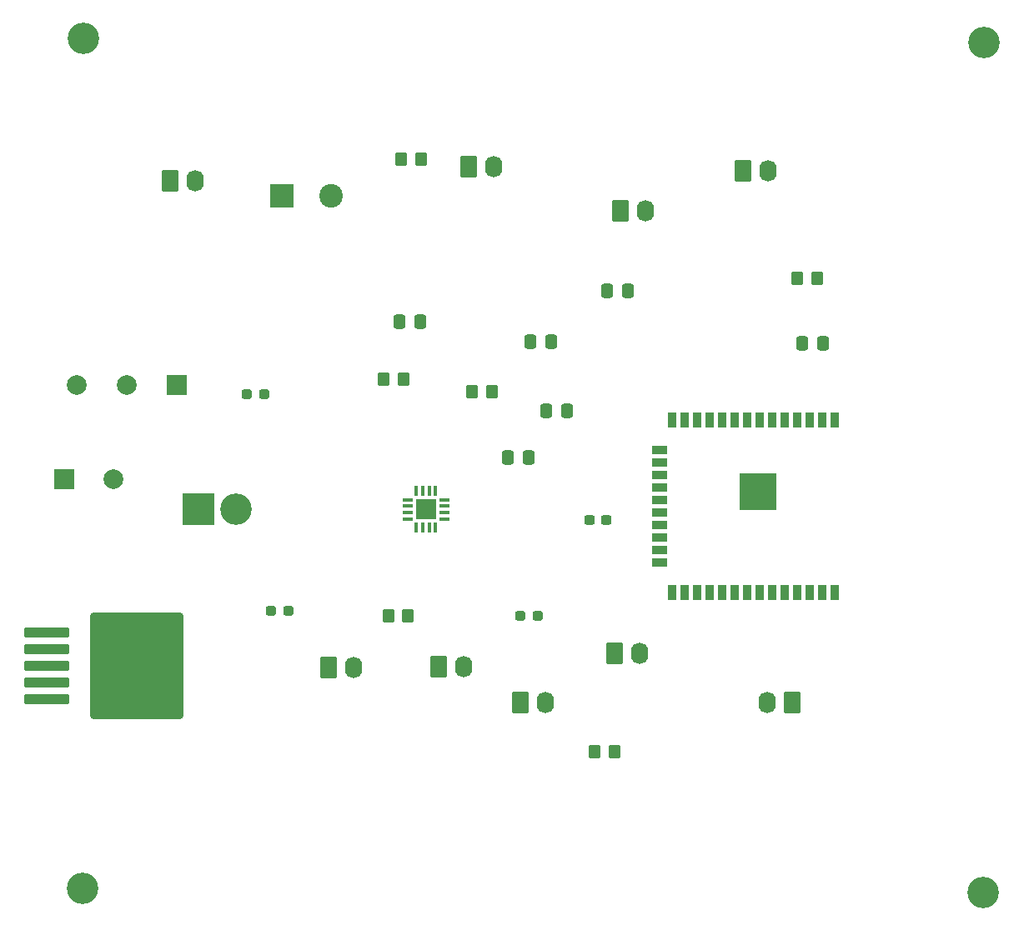
<source format=gbr>
%TF.GenerationSoftware,KiCad,Pcbnew,8.0.8*%
%TF.CreationDate,2025-03-12T15:52:42-05:00*%
%TF.ProjectId,group1_battlebot,67726f75-7031-45f6-9261-74746c65626f,rev?*%
%TF.SameCoordinates,Original*%
%TF.FileFunction,Soldermask,Top*%
%TF.FilePolarity,Negative*%
%FSLAX46Y46*%
G04 Gerber Fmt 4.6, Leading zero omitted, Abs format (unit mm)*
G04 Created by KiCad (PCBNEW 8.0.8) date 2025-03-12 15:52:42*
%MOMM*%
%LPD*%
G01*
G04 APERTURE LIST*
G04 Aperture macros list*
%AMRoundRect*
0 Rectangle with rounded corners*
0 $1 Rounding radius*
0 $2 $3 $4 $5 $6 $7 $8 $9 X,Y pos of 4 corners*
0 Add a 4 corners polygon primitive as box body*
4,1,4,$2,$3,$4,$5,$6,$7,$8,$9,$2,$3,0*
0 Add four circle primitives for the rounded corners*
1,1,$1+$1,$2,$3*
1,1,$1+$1,$4,$5*
1,1,$1+$1,$6,$7*
1,1,$1+$1,$8,$9*
0 Add four rect primitives between the rounded corners*
20,1,$1+$1,$2,$3,$4,$5,0*
20,1,$1+$1,$4,$5,$6,$7,0*
20,1,$1+$1,$6,$7,$8,$9,0*
20,1,$1+$1,$8,$9,$2,$3,0*%
G04 Aperture macros list end*
%ADD10RoundRect,0.250000X-0.337500X-0.475000X0.337500X-0.475000X0.337500X0.475000X-0.337500X0.475000X0*%
%ADD11C,3.200000*%
%ADD12R,0.900000X1.500000*%
%ADD13R,1.500000X0.900000*%
%ADD14C,0.600000*%
%ADD15R,3.800000X3.800000*%
%ADD16RoundRect,0.250000X-0.620000X-0.845000X0.620000X-0.845000X0.620000X0.845000X-0.620000X0.845000X0*%
%ADD17O,1.740000X2.190000*%
%ADD18RoundRect,0.250000X0.337500X0.475000X-0.337500X0.475000X-0.337500X-0.475000X0.337500X-0.475000X0*%
%ADD19RoundRect,0.250000X0.620000X0.845000X-0.620000X0.845000X-0.620000X-0.845000X0.620000X-0.845000X0*%
%ADD20RoundRect,0.087500X-0.425000X-0.087500X0.425000X-0.087500X0.425000X0.087500X-0.425000X0.087500X0*%
%ADD21RoundRect,0.087500X-0.087500X-0.425000X0.087500X-0.425000X0.087500X0.425000X-0.087500X0.425000X0*%
%ADD22R,2.100000X2.100000*%
%ADD23RoundRect,0.237500X0.287500X0.237500X-0.287500X0.237500X-0.287500X-0.237500X0.287500X-0.237500X0*%
%ADD24RoundRect,0.250000X-0.350000X-0.450000X0.350000X-0.450000X0.350000X0.450000X-0.350000X0.450000X0*%
%ADD25R,2.000000X2.000000*%
%ADD26C,2.000000*%
%ADD27RoundRect,0.250000X0.350000X0.450000X-0.350000X0.450000X-0.350000X-0.450000X0.350000X-0.450000X0*%
%ADD28RoundRect,0.237500X-0.300000X-0.237500X0.300000X-0.237500X0.300000X0.237500X-0.300000X0.237500X0*%
%ADD29RoundRect,0.237500X-0.287500X-0.237500X0.287500X-0.237500X0.287500X0.237500X-0.287500X0.237500X0*%
%ADD30R,2.400000X2.400000*%
%ADD31C,2.400000*%
%ADD32RoundRect,0.250000X-2.050000X-0.300000X2.050000X-0.300000X2.050000X0.300000X-2.050000X0.300000X0*%
%ADD33RoundRect,0.250002X-4.449998X-5.149998X4.449998X-5.149998X4.449998X5.149998X-4.449998X5.149998X0*%
%ADD34R,3.200000X3.200000*%
%ADD35O,3.200000X3.200000*%
G04 APERTURE END LIST*
D10*
%TO.C,C6*%
X80166000Y-71312400D03*
X82241000Y-71312400D03*
%TD*%
D11*
%TO.C,H1*%
X48056800Y-42468800D03*
%TD*%
%TO.C,H3*%
X47955200Y-128828800D03*
%TD*%
%TO.C,H4*%
X139395200Y-129235200D03*
%TD*%
D12*
%TO.C,U6*%
X124307600Y-81306000D03*
X123037600Y-81306000D03*
X121767600Y-81306000D03*
X120497600Y-81306000D03*
X119227600Y-81306000D03*
X117957600Y-81306000D03*
X116687600Y-81306000D03*
X115417600Y-81306000D03*
X114147600Y-81306000D03*
X112877600Y-81306000D03*
X111607600Y-81306000D03*
X110337600Y-81306000D03*
X109067600Y-81306000D03*
X107797600Y-81306000D03*
D13*
X106547600Y-84346000D03*
X106547600Y-85616000D03*
X106547600Y-86886000D03*
X106547600Y-88156000D03*
X106547600Y-89426000D03*
X106547600Y-90696000D03*
X106547600Y-91966000D03*
X106547600Y-93236000D03*
X106547600Y-94506000D03*
X106547600Y-95776000D03*
D12*
X107797600Y-98806000D03*
X109067600Y-98806000D03*
X110337600Y-98806000D03*
X111607600Y-98806000D03*
X112877600Y-98806000D03*
X114147600Y-98806000D03*
X115417600Y-98806000D03*
X116687600Y-98806000D03*
X117957600Y-98806000D03*
X119227600Y-98806000D03*
X120497600Y-98806000D03*
X121767600Y-98806000D03*
X123037600Y-98806000D03*
X124307600Y-98806000D03*
D14*
X117287600Y-87156000D03*
X115887600Y-87156000D03*
X117987600Y-87856000D03*
X116587600Y-87856000D03*
X115187600Y-87856000D03*
X117287600Y-88531000D03*
X115887600Y-88531000D03*
D15*
X116587600Y-88556000D03*
D14*
X117987600Y-89256000D03*
X116587600Y-89256000D03*
X115187600Y-89256000D03*
X117287600Y-89956000D03*
X115887600Y-89956000D03*
%TD*%
D16*
%TO.C,J7*%
X102565200Y-60000000D03*
D17*
X105105200Y-60000000D03*
%TD*%
D18*
%TO.C,C4*%
X93239500Y-85039200D03*
X91164500Y-85039200D03*
%TD*%
D11*
%TO.C,H2*%
X139496800Y-42875200D03*
%TD*%
D19*
%TO.C,J6*%
X120000000Y-110000000D03*
D17*
X117460000Y-110000000D03*
%TD*%
D20*
%TO.C,U3*%
X80983700Y-89377600D03*
X80983700Y-90027600D03*
X80983700Y-90677600D03*
X80983700Y-91327600D03*
D21*
X81871200Y-92215100D03*
X82521200Y-92215100D03*
X83171200Y-92215100D03*
X83821200Y-92215100D03*
D20*
X84708700Y-91327600D03*
X84708700Y-90677600D03*
X84708700Y-90027600D03*
X84708700Y-89377600D03*
D21*
X83821200Y-88490100D03*
X83171200Y-88490100D03*
X82521200Y-88490100D03*
X81871200Y-88490100D03*
D22*
X82846200Y-90352600D03*
%TD*%
D23*
%TO.C,L3*%
X94206000Y-101193600D03*
X92456000Y-101193600D03*
%TD*%
D24*
%TO.C,R5*%
X100000000Y-115000000D03*
X102000000Y-115000000D03*
%TD*%
D25*
%TO.C,SW1*%
X57571100Y-77702800D03*
D26*
X52491100Y-77702800D03*
X47411100Y-77702800D03*
%TD*%
D16*
%TO.C,J5*%
X92460000Y-110000000D03*
D17*
X95000000Y-110000000D03*
%TD*%
D27*
%TO.C,R7*%
X89519000Y-78409800D03*
X87519000Y-78409800D03*
%TD*%
D24*
%TO.C,R3*%
X79010000Y-101168200D03*
X81010000Y-101168200D03*
%TD*%
D25*
%TO.C,C1*%
X46120623Y-87314400D03*
D26*
X51120623Y-87314400D03*
%TD*%
D16*
%TO.C,J9*%
X101960000Y-105000000D03*
D17*
X104500000Y-105000000D03*
%TD*%
D28*
%TO.C,C5*%
X99417800Y-91389200D03*
X101142800Y-91389200D03*
%TD*%
D16*
%TO.C,J3*%
X84149900Y-106364400D03*
D17*
X86689900Y-106364400D03*
%TD*%
D24*
%TO.C,R2*%
X78552800Y-77114400D03*
X80552800Y-77114400D03*
%TD*%
%TO.C,R6*%
X120564400Y-66852800D03*
X122564400Y-66852800D03*
%TD*%
D29*
%TO.C,L1*%
X64668400Y-78638400D03*
X66418400Y-78638400D03*
%TD*%
D10*
%TO.C,C9*%
X121060300Y-73482200D03*
X123135300Y-73482200D03*
%TD*%
D16*
%TO.C,J1*%
X56896000Y-56997600D03*
D17*
X59436000Y-56997600D03*
%TD*%
D10*
%TO.C,C3*%
X95076100Y-80314800D03*
X97151100Y-80314800D03*
%TD*%
D29*
%TO.C,L2*%
X67131900Y-100654800D03*
X68881900Y-100654800D03*
%TD*%
D10*
%TO.C,C8*%
X101276200Y-68112000D03*
X103351200Y-68112000D03*
%TD*%
D30*
%TO.C,C2*%
X68237241Y-58521600D03*
D31*
X73237241Y-58521600D03*
%TD*%
D24*
%TO.C,R4*%
X80330800Y-54762400D03*
X82330800Y-54762400D03*
%TD*%
D16*
%TO.C,J8*%
X115000000Y-55981600D03*
D17*
X117540000Y-55981600D03*
%TD*%
D32*
%TO.C,U4*%
X44373500Y-102862800D03*
X44373500Y-104562800D03*
X44373500Y-106262800D03*
D33*
X53523500Y-106262800D03*
D32*
X44373500Y-107962800D03*
X44373500Y-109662800D03*
%TD*%
D10*
%TO.C,C7*%
X93474500Y-73344400D03*
X95549500Y-73344400D03*
%TD*%
D34*
%TO.C,D1*%
X59740800Y-90322400D03*
D35*
X63550800Y-90322400D03*
%TD*%
D16*
%TO.C,J4*%
X87172800Y-55524400D03*
D17*
X89712800Y-55524400D03*
%TD*%
D16*
%TO.C,J2*%
X72923100Y-106415200D03*
D17*
X75463100Y-106415200D03*
%TD*%
M02*

</source>
